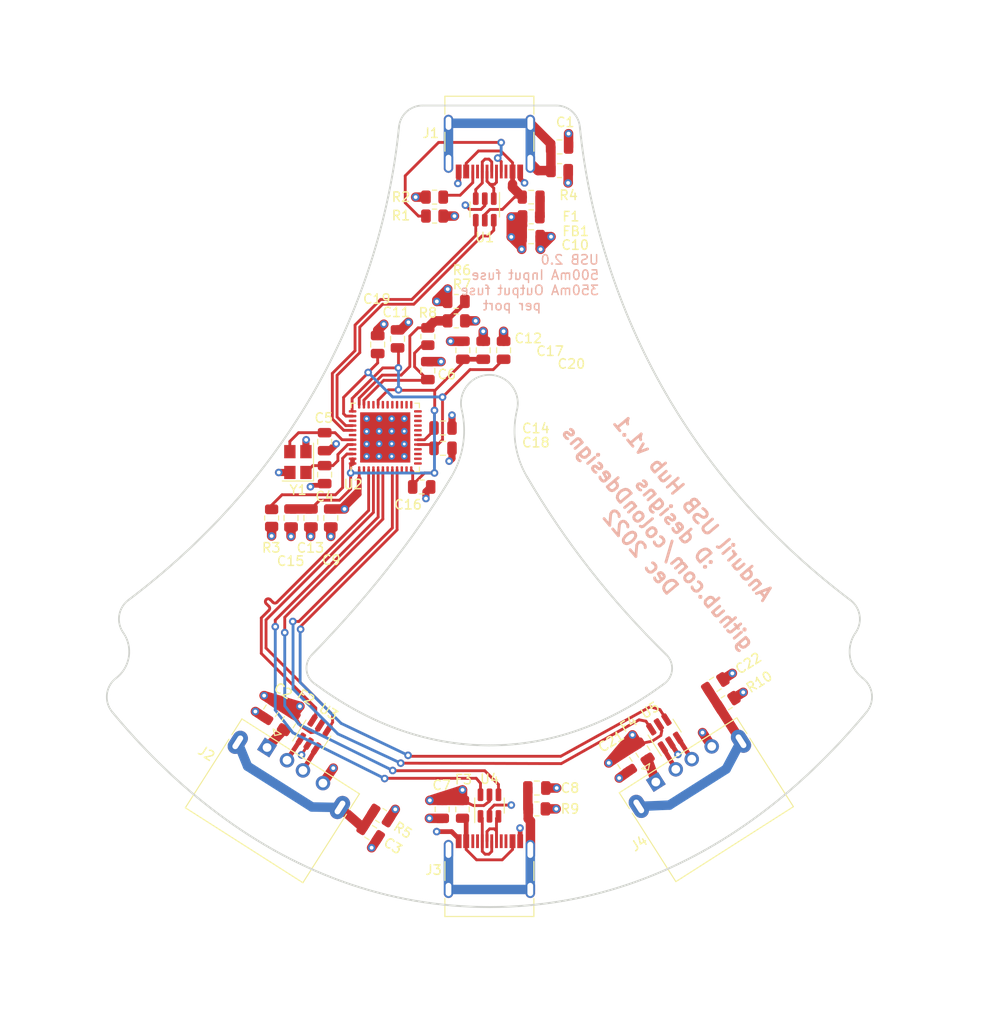
<source format=kicad_pcb>
(kicad_pcb (version 20211014) (generator pcbnew)
  (layers (0 "F.Cu" signal) (1 "In1.Cu" power) (2 "In2.Cu" power) (31 "B.Cu" signal) (34 "B.Paste" user) (35 "F.Paste" user) (36 "B.SilkS" user "B.Silkscreen") (37 "F.SilkS" user "F.Silkscreen") (38 "B.Mask" user) (39 "F.Mask" user) (44 "Edge.Cuts" user))
  (net 0 "")
  (net 1 "+5V")
  (net 2 "XTAL1")
  (net 3 "XTAL2")
  (net 4 "VCC")
  (net 5 "Net-(F2-Pad1)")
  (net 6 "Net-(F3-Pad1)")
  (net 7 "Net-(F4-Pad1)")
  (net 8 "Net-(J2-Pad2)")
  (net 9 "Net-(J2-Pad3)")
  (net 10 "+3V3")
  (net 11 "RESET")
  (net 12 "P1 D-")
  (net 13 "P1 D+")
  (net 14 "P2 D-")
  (net 15 "P2 D+")
  (net 16 "Net-(J1-PadA6)")
  (net 17 "P3 D-")
  (net 18 "P3 D+")
  (net 19 "VDD12")
  (net 20 "Net-(J1-PadA7)")
  (net 36 "UP D-")
  (net 37 "UP D+")
  (net 40 "Net-(F1-Pad2)")
  (net 43 "P4 D+")
  (net 44 "P4 D-")
  (net 49 "VDD33")
  (net 50 "GND")
  (net 51 "Net-(J1-PadA5)")
  (net 52 "Net-(J1-PadB5)")
  (net 56 "Net-(J3-PadA6)")
  (net 57 "Net-(J3-PadA7)")
  (net 62 "Net-(J4-Pad2)")
  (net 63 "Net-(J4-Pad3)")
  (net 64 "Net-(C1-Pad1)")
  (net 65 "Net-(R3-Pad1)")
  (net 66 "Net-(C3-Pad1)")
  (net 67 "Net-(C8-Pad1)")
  (net 68 "Net-(C22-Pad1)")
  (footprint "Capacitor_SMD:C_0805_2012Metric" (layer "F.Cu") (at 126.7 100.1 -57.5)
    (fp_text reference "C21")
    (fp_text value "1u")
  )
  (footprint "colonDcustom:USB_A_CONNFLY_DS1095-WNR0" (layer "F.Cu") (at 138.962383 97.811752 32.5)
    (fp_text reference "J4")
    (fp_text value "USB A, Port 3")
  )
  (footprint "Capacitor_SMD:C_0805_2012Metric" (layer "F.Cu") (at 95.638342 74.256379 -90)
    (fp_text reference "C9")
    (fp_text value ".1u")
  )
  (footprint "Package_TO_SOT_SMD:SOT-23-6" (layer "F.Cu") (at 111.9 41.7 -90)
    (fp_text reference "U1")
    (fp_text value "USBLC6-2SC6")
  )
  (footprint "Package_TO_SOT_SMD:SOT-23-6" (layer "F.Cu") (at 130.9 97 122.5)
    (fp_text reference "U5")
    (fp_text value "USBLC6-2SC6")
  )
  (footprint "Capacitor_SMD:C_0805_2012Metric" (layer "F.Cu") (at 119.8 35.1)
    (fp_text reference "C1")
    (fp_text value ".1u")
  )
  (footprint "Fuse:Fuse_0805_2012Metric" (layer "F.Cu") (at 109.55 105 90)
    (fp_text reference "F3")
    (fp_text value "400m")
  )
  (footprint "Resistor_SMD:R_0805_2012Metric" (layer "F.Cu") (at 116.8 42.475 180)
    (fp_text reference "FB1")
    (fp_text value "600")
  )
  (footprint "Resistor_SMD:R_0805_2012Metric" (layer "F.Cu") (at 106.6 42.4)
    (fp_text reference "R1")
    (fp_text value "5k1")
  )
  (footprint "Resistor_SMD:R_0805_2012Metric" (layer "F.Cu") (at 89.388342 74.256379 -90)
    (fp_text reference "R3")
    (fp_text value "12k 1%")
  )
  (footprint "Capacitor_SMD:C_0805_2012Metric" (layer "F.Cu") (at 111.738342 56.556379 90)
    (fp_text reference "C17")
    (fp_text value "4.7u")
  )
  (footprint "Package_TO_SOT_SMD:SOT-23-6" (layer "F.Cu") (at 112.4 104.6 90)
    (fp_text reference "U4")
    (fp_text value "USBLC6-2SC6")
  )
  (footprint "Fuse:Fuse_0805_2012Metric" (layer "F.Cu") (at 91.2 95.8 57.5)
    (fp_text reference "F2")
    (fp_text value "400m")
  )
  (footprint "Capacitor_SMD:C_0805_2012Metric" (layer "F.Cu") (at 91.438342 74.256379 -90)
    (fp_text reference "C15")
    (fp_text value ".1u")
  )
  (footprint "Capacitor_SMD:C_0805_2012Metric" (layer "F.Cu") (at 136.248778 91.810435 32.5)
    (fp_text reference "C22")
    (fp_text value ".1u")
  )
  (footprint "colonDcustom:USB_C_Receptacle_HRO_TYPE-C-31-M-12" (layer "F.Cu") (at 112.388342 112.406379)
    (fp_text reference "J3")
    (fp_text value "USB C 2.0, Port 2")
  )
  (footprint "Capacitor_SMD:C_0805_2012Metric" (layer "F.Cu") (at 105.238342 70.981379)
    (fp_text reference "C16")
    (fp_text value ".1u")
  )
  (footprint "Package_DFN_QFN:QFN-48-1EP_7x7mm_P0.5mm_EP5.3x5.3mm" (layer "F.Cu") (at 101.388342 65.756379 90)
    (fp_text reference "U2")
    (fp_text value "USB4604-1080HN")
  )
  (footprint "Capacitor_SMD:C_0805_2012Metric" (layer "F.Cu") (at 100.588342 55.956379 90)
    (fp_text reference "C19")
    (fp_text value ".1u")
  )
  (footprint "Capacitor_SMD:C_0805_2012Metric" (layer "F.Cu") (at 109.588342 56.556379 90)
    (fp_text reference "C12")
    (fp_text value ".1u")
  )
  (footprint "Capacitor_SMD:C_0805_2012Metric" (layer "F.Cu") (at 94.988342 66.206379 90)
    (fp_text reference "C5")
    (fp_text value "8p")
  )
  (footprint "Capacitor_SMD:C_0805_2012Metric" (layer "F.Cu") (at 107.488342 66.906379)
    (fp_text reference "C18")
    (fp_text value ".1u")
  )
  (footprint "colonDcustom:USB_A_CONNFLY_DS1095-WNR0" (layer "F.Cu") (at 96.609713 104.805252 -32.5)
    (fp_text reference "J2")
    (fp_text value "USB A, Port 1")
  )
  (footprint "Capacitor_SMD:C_0805_2012Metric" (layer "F.Cu") (at 105.888342 58.706379 -90)
    (fp_text reference "C6")
    (fp_text value ".1u")
  )
  (footprint "Fuse:Fuse_0805_2012Metric" (layer "F.Cu") (at 116.8 40.4)
    (fp_text reference "F1")
    (fp_text value "500m")
  )
  (footprint "colonDcustom:USB_C_Receptacle_HRO_TYPE-C-31-M-12" (layer "F.Cu") (at 112.388342 33.656379 180)
    (fp_text reference "J1")
    (fp_text value "USB C 2.0, Upstream")
  )
  (footprint "Crystal:Crystal_SMD_3225-4Pin_3.2x2.5mm" (layer "F.Cu") (at 92.163342 68.356379 90)
    (fp_text reference "Y1")
    (fp_text value "24M")
  )
  (footprint "Resistor_SMD:R_0805_2012Metric" (layer "F.Cu") (at 119.8 37.6)
    (fp_text reference "R4")
    (fp_text value "1M")
  )
  (footprint "Capacitor_SMD:C_0805_2012Metric" (layer "F.Cu") (at 102.688342 55.356379 90)
    (fp_text reference "C11")
    (fp_text value ".1u")
  )
  (footprint "Capacitor_SMD:C_0805_2012Metric" (layer "F.Cu") (at 113.888342 56.556379 90)
    (fp_text reference "C20")
    (fp_text value "4.7u")
  )
  (footprint "Capacitor_SMD:C_0805_2012Metric" (layer "F.Cu") (at 89.3 94.6 -122.5)
    (fp_text reference "C2")
    (fp_text value "1u")
  )
  (footprint "Resistor_SMD:R_0805_2012Metric" (layer "F.Cu") (at 108.888342 51.406379)
    (fp_text reference "R6")
    (fp_text value "50k")
  )
  (footprint "Capacitor_SMD:C_0805_2012Metric" (layer "F.Cu") (at 107.4 105 -90)
    (fp_text reference "C7")
    (fp_text value "1u")
  )
  (footprint "Package_TO_SOT_SMD:SOT-23-6" (layer "F.Cu") (at 93.9 97.1 57.5)
    (fp_text reference "U3")
    (fp_text value "USBLC6-2SC6")
  )
  (footprint "Capacitor_SMD:C_0805_2012Metric" (layer "F.Cu") (at 116.8 44.575)
    (fp_text reference "C10")
    (fp_text value "4.7u")
  )
  (footprint "Capacitor_SMD:C_0805_2012Metric" (layer "F.Cu") (at 93.538342 74.256379 -90)
    (fp_text reference "C13")
    (fp_text value ".1u")
  )
  (footprint "Resistor_SMD:R_0805_2012Metric" (layer "F.Cu") (at 100.95 105.65 -32.5)
    (fp_text reference "R5")
    (fp_text value "1M")
  )
  (footprint "Capacitor_SMD:C_0805_2012Metric" (layer "F.Cu") (at 94.988342 69.681379 90)
    (fp_text reference "C4")
    (fp_text value "8p")
  )
  (footprint "Resistor_SMD:R_0805_2012Metric" (layer "F.Cu") (at 105.888342 55.106379 -90)
    (fp_text reference "R8")
    (fp_text value "10k")
  )
  (footprint "Capacitor_SMD:C_0805_2012Metric" (layer "F.Cu") (at 117.4 102.75)
    (fp_text reference "C8")
    (fp_text value ".1u")
  )
  (footprint "Capacitor_SMD:C_0805_2012Metric" (layer "F.Cu") (at 107.488342 64.756379)
    (fp_text reference "C14")
    (fp_text value ".1u")
  )
  (footprint "Resistor_SMD:R_0805_2012Metric" (layer "F.Cu") (at 117.4 104.95)
    (fp_text reference "R9")
    (fp_text value "1M")
  )
  (footprint "Resistor_SMD:R_0805_2012Metric" (layer "F.Cu") (at 106.6 40.4 180)
    (fp_text reference "R2")
    (fp_text value "5k1")
  )
  (footprint "Resistor_SMD:R_0805_2012Metric" (layer "F.Cu") (at 108.888342 53.456379)
    (fp_text reference "R7")
    (fp_text value "100k")
  )
  (footprint "Fuse:Fuse_0805_2012Metric" (layer "F.Cu") (at 128.6 98.9 122.5)
    (fp_text reference "F4")
    (fp_text value "400m")
  )
  (footprint "Capacitor_SMD:C_0805_2012Metric" (layer "F.Cu") (at 99.85 107.45 -32.5)
    (fp_text reference "C3")
    (fp_text value ".1u")
  )
  (footprint "Resistor_SMD:R_0805_2012Metric" (layer "F.Cu") (at 137.45 93.75 32.5)
    (fp_text reference "R10")
    (fp_text value "1M")
  )
  (gr_curve (pts (xy 72.556349 94.730864) (xy 74.105144 96.600333) (xy 75.745245 98.392551) (xy 77.479622 100.091163)) (layer "Edge.Cuts") (width 0.2))
  (gr_curve (pts (xy 123.077238 40.312852) (xy 122.571591 37.90297) (xy 122.18894 35.46246) (xy 121.94447 32.987543)) (layer "Edge.Cuts") (width 0.2))
  (gr_curve (pts (xy 135.184957 109.287118) (xy 137.507853 107.983145) (xy 139.715545 106.504832) (xy 141.823817 104.876063)) (layer "Edge.Cuts") (width 0.2))
  (gr_arc (start 150.524716 82.927756) (mid 151.489216 84.533153) (end 151.067816 86.357977) (layer "Edge.Cuts") (width 0.18))
  (gr_curve (pts (xy 87.565847 70.125347) (xy 86.787481 71.088734) (xy 85.986349 72.02906) (xy 85.163106 72.946989)) (layer "Edge.Cuts") (width 0.2))
  (gr_curve (pts (xy 122.120308 96.51924) (xy 122.906325 96.233804) (xy 123.682251 95.914776) (xy 124.439404 95.568339)) (layer "Edge.Cuts") (width 0.2))
  (gr_curve (pts (xy 77.479622 100.091163) (xy 79.213999 101.789776) (xy 81.036286 103.388703) (xy 82.957604 104.873344)) (layer "Edge.Cuts") (width 0.2))
  (gr_curve (pts (xy 127.987923 112.593249) (xy 129.224727 112.145842) (xy 130.442565 111.645706) (xy 131.64193 111.094208)) (layer "Edge.Cuts") (width 0.2))
  (gr_arc (start 72.556349 94.730864) (mid 71.997576 92.850901) (end 72.967707 91.146398) (layer "Edge.Cuts") (width 0.18))
  (gr_curve (pts (xy 99.8 47.5) (xy 99.037673 49.864786) (xy 98.15708 52.172208) (xy 97.16299 54.417712)) (layer "Edge.Cuts") (width 0.2))
  (gr_line (start 119.456578 30.733293) (end 105.328818 30.733293) (layer "Edge.Cuts") (width 0.18))
  (gr_curve (pts (xy 124.968278 47.449346) (xy 124.213501 45.101498) (xy 123.582886 42.722734) (xy 123.077238 40.312852)) (layer "Edge.Cuts") (width 0.2))
  (gr_curve (pts (xy 85.163106 72.946989) (xy 81.870133 76.618707) (xy 78.224543 79.933256) (xy 74.258324 82.923038)) (layer "Edge.Cuts") (width 0.2))
  (gr_curve (pts (xy 128.801268 93.164846) (xy 129.150431 92.938849) (xy 129.496179 92.706726) (xy 129.838629 92.468684)) (layer "Edge.Cuts") (width 0.2))
  (gr_curve (pts (xy 147.305789 100.091178) (xy 149.040084 98.392827) (xy 150.677337 96.604009) (xy 152.226159 94.734974)) (layer "Edge.Cuts") (width 0.2))
  (gr_arc (start 116.339416 69.865168) (mid 115.14444 66.46095) (end 115.305429 62.856682) (layer "Edge.Cuts") (width 0.18))
  (gr_curve (pts (xy 134.935063 67.145011) (xy 133.494976 65.155336) (xy 132.163989 63.09778) (xy 130.942379 60.972171)) (layer "Edge.Cuts") (width 0.2))
  (gr_curve (pts (xy 82.957604 104.873344) (xy 85.067673 106.503824) (xy 87.277409 107.983612) (xy 89.60267 109.288731)) (layer "Edge.Cuts") (width 0.2))
  (gr_curve (pts (xy 89.60267 109.288731) (xy 91.92793 110.59385) (xy 94.343198 111.709251) (xy 96.852216 112.613249)) (layer "Edge.Cuts") (width 0.2))
  (gr_curve (pts (xy 124.219936 113.775396) (xy 125.49533 113.435277) (xy 126.751119 113.040655) (xy 127.987923 112.593249)) (layer "Edge.Cuts") (width 0.2))
  (gr_arc (start 131.092428 88.697068) (mid 131.681243 90.273393) (end 130.858589 91.741298) (layer "Edge.Cuts") (width 0.18))
  (gr_curve (pts (xy 104.50641 114.639996) (xy 107.096774 115.08799) (xy 109.725729 115.310312) (xy 112.392701 115.310312)) (layer "Edge.Cuts") (width 0.2))
  (gr_curve (pts (xy 129.838629 92.468684) (xy 130.181079 92.230642) (xy 130.519878 91.986048) (xy 130.858589 91.741298)) (layer "Edge.Cuts") (width 0.2))
  (gr_arc (start 109.468527 62.845454) (mid 109.608981 66.487644) (end 108.368835 69.915079) (layer "Edge.Cuts") (width 0.18))
  (gr_arc (start 73.715305 86.353369) (mid 74.306114 88.900339) (end 72.967707 91.146398) (layer "Edge.Cuts") (width 0.18))
  (gr_curve (pts (xy 127.608349 54.389527) (xy 127.108179 53.257887) (xy 126.635024 52.105899) (xy 126.194619 50.947666)) (layer "Edge.Cuts") (width 0.2))
  (gr_arc (start 102.840928 32.987519) (mid 103.649956 31.380408) (end 105.328818 30.733293) (layer "Edge.Cuts") (width 0.18))
  (gr_curve (pts (xy 93.838885 60.974712) (xy 92.616711 63.100441) (xy 91.280401 65.166232) (xy 89.827665 67.170884)) (layer "Edge.Cuts") (width 0.2))
  (gr_curve (pts (xy 102.581322 96.488655) (xy 103.363184 96.77528) (xy 104.164848 97.032025) (xy 104.969685 97.251743)) (layer "Edge.Cuts") (width 0.2))
  (gr_curve (pts (xy 139.583599 72.909479) (xy 138.755081 71.984169) (xy 137.951969 71.039288) (xy 137.177222 70.078486)) (layer "Edge.Cuts") (width 0.2))
  (gr_curve (pts (xy 97.699066 84.324001) (xy 97.039055 85.070768) (xy 96.369463 85.809064) (xy 95.690772 86.539315)) (layer "Edge.Cuts") (width 0.2))
  (gr_curve (pts (xy 131.64193 111.094208) (xy 132.841294 110.542711) (xy 134.023509 109.939105) (xy 135.184957 109.287118)) (layer "Edge.Cuts") (width 0.2))
  (gr_curve (pts (xy 141.823817 104.876063) (xy 143.744978 103.391894) (xy 145.571495 101.78953) (xy 147.305789 100.091178)) (layer "Edge.Cuts") (width 0.2))
  (gr_curve (pts (xy 128.979363 86.566178) (xy 128.286392 85.844961) (xy 127.605302 85.112345) (xy 126.936241 84.368189)) (layer "Edge.Cuts") (width 0.2))
  (gr_curve (pts (xy 131.092428 88.697068) (xy 130.38046 87.994076) (xy 129.672335 87.287396) (xy 128.979363 86.566178)) (layer "Edge.Cuts") (width 0.2))
  (gr_curve (pts (xy 93.893597 91.716095) (xy 94.231566 91.961049) (xy 94.56965 92.205782) (xy 94.911238 92.44379)) (layer "Edge.Cuts") (width 0.2))
  (gr_arc (start 109.468527 62.845454) (mid 112.394086 59.155669) (end 115.305429 62.856682) (layer "Edge.Cuts") (width 0.18))
  (gr_curve (pts (xy 101.539812 79.737945) (xy 100.30117 81.302872) (xy 99.019088 82.830468) (xy 97.699066 84.324001)) (layer "Edge.Cuts") (width 0.2))
  (gr_arc (start 93.893597 91.716095) (mid 93.074793 90.272044) (end 93.628815 88.707186) (layer "Edge.Cuts") (width 0.18))
  (gr_curve (pts (xy 95.945479 93.139627) (xy 96.641358 93.591264) (xy 97.350118 94.01818) (xy 98.072612 94.418739)) (layer "Edge.Cuts") (width 0.2))
  (gr_curve (pts (xy 150.524716 82.927756) (xy 146.556938 79.936854) (xy 142.897667 76.61072) (xy 139.583599 72.909479)) (layer "Edge.Cuts") (width 0.2))
  (gr_curve (pts (xy 89.827665 67.170884) (xy 89.101296 68.173209) (xy 88.344212 69.161961) (xy 87.565847 70.125347)) (layer "Edge.Cuts") (width 0.2))
  (gr_curve (pts (xy 112.347204 98.250912) (xy 113.18195 98.252257) (xy 114.023123 98.216087) (xy 114.852632 98.14305)) (layer "Edge.Cuts") (width 0.2))
  (gr_curve (pts (xy 101.705295 40.325034) (xy 101.197057 42.743482) (xy 100.562327 45.135215) (xy 99.8 47.5)) (layer "Edge.Cuts") (width 0.2))
  (gr_curve (pts (xy 123.075734 79.773871) (xy 120.605335 76.624424) (xy 118.358153 73.321927) (xy 116.339416 69.865168)) (layer "Edge.Cuts") (width 0.2))
  (gr_curve (pts (xy 126.194619 50.947666) (xy 125.754215 49.789434) (xy 125.345667 48.623269) (xy 124.968278 47.449346)) (layer "Edge.Cuts") (width 0.2))
  (gr_curve (pts (xy 114.852632 98.14305) (xy 115.682141 98.070013) (xy 116.504139 97.960294) (xy 117.318819 97.81484)) (layer "Edge.Cuts") (width 0.2))
  (gr_arc (start 119.456578 30.733293) (mid 121.135445 31.380419) (end 121.94447 32.987543) (layer "Edge.Cuts") (width 0.18))
  (gr_curve (pts (xy 120.334429 114.630293) (xy 121.647842 114.401435) (xy 122.944543 114.115515) (xy 124.219936 113.775396)) (layer "Edge.Cuts") (width 0.2))
  (gr_curve (pts (xy 126.936241 84.368189) (xy 125.598119 82.879877) (xy 124.310934 81.348595) (xy 123.075734 79.773871)) (layer "Edge.Cuts") (width 0.2))
  (gr_curve (pts (xy 112.392701 115.310312) (xy 115.059974 115.310312) (xy 117.707602 115.088009) (xy 120.334429 114.630293)) (layer "Edge.Cuts") (width 0.2))
  (gr_curve (pts (xy 137.177222 70.078486) (xy 136.402474 69.117685) (xy 135.655106 68.139848) (xy 134.935063 67.145011)) (layer "Edge.Cuts") (width 0.2))
  (gr_curve (pts (xy 95.690772 86.539315) (xy 95.012081 87.269567) (xy 94.321909 87.989669) (xy 93.628815 88.707186)) (layer "Edge.Cuts") (width 0.2))
  (gr_curve (pts (xy 100.649938 113.797991) (xy 101.9257 114.135549) (xy 103.211228 114.416) (xy 104.50641 114.639996)) (layer "Edge.Cuts") (width 0.2))
  (gr_curve (pts (xy 96.852216 112.613249) (xy 98.106726 113.065247) (xy 99.374175 113.460433) (xy 100.649938 113.797991)) (layer "Edge.Cuts") (width 0.2))
  (gr_curve (pts (xy 98.072612 94.418739) (xy 99.517601 95.219856) (xy 101.017598 95.915406) (xy 102.581322 96.488655)) (layer "Edge.Cuts") (width 0.2))
  (gr_curve (pts (xy 94.911238 92.44379) (xy 95.252826 92.681798) (xy 95.597539 92.913808) (xy 95.945479 93.139627)) (layer "Edge.Cuts") (width 0.2))
  (gr_arc (start 151.815247 91.150475) (mid 152.785163 92.85509) (end 152.226159 94.734974) (layer "Edge.Cuts") (width 0.18))
  (gr_curve (pts (xy 102.840928 32.987519) (xy 102.596513 35.461685) (xy 102.213534 37.906587) (xy 101.705295 40.325034)) (layer "Edge.Cuts") (width 0.2))
  (gr_curve (pts (xy 108.368835 69.915079) (xy 106.314925 73.338451) (xy 104.017094 76.60809) (xy 101.539812 79.737945)) (layer "Edge.Cuts") (width 0.2))
  (gr_arc (start 73.715305 86.353369) (mid 73.293843 84.528507) (end 74.258324 82.923038) (layer "Edge.Cuts") (width 0.18))
  (gr_curve (pts (xy 124.439404 95.568339) (xy 125.196557 95.221902) (xy 125.937817 94.846948) (xy 126.664402 94.445661)) (layer "Edge.Cuts") (width 0.2))
  (gr_curve (pts (xy 126.664402 94.445661) (xy 127.390986 94.044374) (xy 128.102943 93.61684) (xy 128.801268 93.164846)) (layer "Edge.Cuts") (width 0.2))
  (gr_curve (pts (xy 107.399019 97.802665) (xy 109.028465 98.097736) (xy 110.677713 98.248222) (xy 112.347204 98.250912)) (layer "Edge.Cuts") (width 0.2))
  (gr_curve (pts (xy 97.16299 54.417712) (xy 96.1689 56.663215) (xy 95.061059 58.848984) (xy 93.838885 60.974712)) (layer "Edge.Cuts") (width 0.2))
  (gr_arc (start 151.815247 91.150475) (mid 150.477031 88.904648) (end 151.067816 86.357977) (layer "Edge.Cuts") (width 0.18))
  (gr_curve (pts (xy 130.942379 60.972171) (xy 129.720769 58.846563) (xy 128.608689 56.652807) (xy 127.608349 54.389527)) (layer "Edge.Cuts") (width 0.2))
  (gr_curve (pts (xy 104.969685 97.251743) (xy 105.774522 97.47146) (xy 106.584296 97.655129) (xy 107.399019 97.802665)) (layer "Edge.Cuts") (width 0.2))
  (gr_curve (pts (xy 117.318819 97.81484) (xy 118.94818 97.523932) (xy 120.548276 97.090112) (xy 122.120308 96.51924)) (layer "Edge.Cuts") (width 0.2))
  (gr_text "USB 2.0\n500mA Input fuse\n350mA Output fuse \n        per port" (at 124.05 49.425) (layer "B.SilkS") (effects (font (size 1 1)) (justify left mirror)))
  (gr_text "Anduril USB Hub v1.1\n:D designs\ngithub.com/colonDdesigns\nDec 2022" (at 131.125 75.525 310) (layer "B.SilkS") (effects (font (size 1.5 1.5) (thickness 0.3)) (justify mirror)))
  (segment (start 115.85 43.65) (end 114.7 42.5) (width 1) (layer "F.Cu") (net 1))
  (segment (start 127.5 97.15) (end 125 100.1) (width 1) (layer "F.Cu") (net 1))
  (segment (start 106.838342 51.256379) (end 107.988342 50.106379) (width 1) (layer "F.Cu") (net 1))
  (segment (start 126.189565 99.298778) (end 125 100.1) (width 1) (layer "F.Cu") (net 1))
  (segment (start 115.8875 43.4125) (end 114.7 44.6) (width 1) (layer "F.Cu") (net 1))
  (segment (start 98.638342 71.756379) (end 98.638342 70.856379) (width 0.5) (layer "F.Cu") (net 1))
  (segment (start 115.8625 42.5) (end 115.8875 42.475) (width 1) (layer "F.Cu") (net 1))
  (segment (start 128.096282 98.109321) (end 127.5 97.15) (width 1) (layer "F.Cu") (net 1))
  (segment (start 115.8 45.7) (end 114.7 44.6) (width 1) (layer "F.Cu") (net 1))
  (segment (start 91.703718 95.009321) (end 92.475 96.2) (width 0.3) (layer "F.Cu") (net 1))
  (segment (start 107.975842 50.118879) (end 107.988342 50.106379) (width 1) (layer "F.Cu") (net 1))
  (segment (start 91.703718 95.009321) (end 89.810435 93.798778) (width 1) (layer "F.Cu") (net 1))
  (segment (start 114.7 44.6) (end 114.7 42.5) (width 1) (layer "F.Cu") (net 1))
  (segment (start 106.1 104.05) (end 109.55 102.95) (width 1) (layer "F.Cu") (net 1))
  (segment (start 107.4 104.05) (end 106.1 104.05) (width 1) (layer "F.Cu") (net 1))
  (segment (start 91.703718 95.009321) (end 92.375 94.125) (width 1) (layer "F.Cu") (net 1))
  (segment (start 96.479764 73.306379) (end 95.638342 73.306379) (width 0.5) (layer "F.Cu") (net 1))
  (segment (start 107.975842 51.406379) (end 107.975842 50.118879) (width 1) (layer "F.Cu") (net 1))
  (segment (start 130.6 96.7) (end 130.288822 96.040642) (width 0.3) (layer "F.Cu") (net 1))
  (segment (start 92.375 94.125) (end 88.6 93) (width 1) (layer "F.Cu") (net 1))
  (segment (start 98.638342 71.147801) (end 96.479764 73.306379) (width 0.5) (layer "F.Cu") (net 1))
  (segment (start 115.85 44.575) (end 115.85 42.5125) (width 1) (layer "F.Cu") (net 1))
  (segment (start 115.8 44.625) (end 115.85 44.575) (width 1) (layer "F.Cu") (net 1))
  (segment (start 92.475 96.2) (end 93.525 96.9) (width 0.3) (layer "F.Cu") (net 1))
  (segment (start 109.55 104.0625) (end 109.55 102.95) (width 1) (layer "F.Cu") (net 1))
  (segment (start 114.7 42.5) (end 115.8625 42.5) (width 1) (layer "F.Cu") (net 1))
  (segment (start 95.638342 73.306379) (end 97.088342 73.306379) (width 1) (layer "F.Cu") (net 1))
  (segment (start 115.8875 42.475) (end 115.8875 43.4125) (width 1) (layer "F.Cu") (net 1))
  (segment (start 129.6 97.8) (end 130.5 97.2) (width 0.3) (layer "F.Cu") (net 1))
  (segment (start 128.096282 98.109321) (end 129.6 97.8) (width 0.3) (layer "F.Cu") (net 1))
  (segment (start 93.525 96.9) (end 94.05 96.85) (width 0.3) (layer "F.Cu") (net 1))
  (segment (start 130.5 97.2) (end 130.6 96.7) (width 0.3) (layer "F.Cu") (net 1))
  (segment (start 98.638342 70.106379) (end 98.638342 70.856379) (width 0.5) (layer "F.Cu") (net 1))
  (segment (start 106.838342 51.406379) (end 106.838342 51.256379) (width 1) (layer "F.Cu") (net 1))
  (segment (start 115.8 45.9) (end 115.8 45.7) (width 1) (layer "F.Cu") (net 1))
  (segment (start 109.55 104.0625) (end 110.7 104.6) (width 0.3) (layer "F.Cu") (net 1))
  (segment (start 89.810435 93.798778) (end 88.6 93) (width 1) (layer "F.Cu") (net 1))
  (segment (start 111.8 104.6) (end 112.4 104.15) (width 0.3) (layer "F.Cu") (net 1))
  (segment (start 107.975842 51.406379) (end 106.838342 51.406379) (width 1) (layer "F.Cu") (net 1))
  (segment (start 97.088342 73.306379) (end 98.638342 71.756379) (width 0.5) (layer "F.Cu") (net 1))
  (segment (start 115.825 44.6) (end 115.85 44.575) (width 1) (layer "F.Cu") (net 1))
  (segment (start 98.638342 70.856379) (end 98.638342 71.147801) (width 0.5) (layer "F.Cu") (net 1))
  (segment (start 115.85 42.5125) (end 115.8875 42.475) (width 1) (layer "F.Cu") (net 1))
  (segment (start 126.189565 99.298778) (end 128.096282 98.109321) (width 1) (layer "F.Cu") (net 1))
  (segment (start 112.4 104.15) (end 112.4 103.4625) (width 0.3) (layer "F.Cu") (net 1))
  (segment (start 98.638342 69.206379) (end 98.638342 70.106379) (width 0.3) (layer "F.Cu") (net 1))
  (segment (start 115.85 44.575) (end 115.85 43.65) (width 1) (layer "F.Cu") (net 1))
  (segment (start 115.8 45.9) (end 115.8 44.625) (width 1) (layer "F.Cu") (net 1))
  (segment (start 94.05 96.85) (end 94.511178 96.140642) (width 0.3) (layer "F.Cu") (net 1))
  (segment (start 110.7 104.6) (end 111.8 104.6) (width 0.3) (layer "F.Cu") (net 1))
  (segment (start 109.55 104.0625) (end 107.4 104.05) (width 1) (layer "F.Cu") (net 1))
  (segment (start 114.7 44.6) (end 115.825 44.6) (width 1) (layer "F.Cu") (net 1))
  (via (at 106.838342 51.406379) (size 0.8) (drill 0.4) (layers "F.Cu" "B.Cu") (net 1))
  (via (at 109.55 102.95) (size 0.8) (drill 0.4) (layers "F.Cu" "B.Cu") (net 1))
  (via (at 107.988342 50.106379) (size 0.8) (drill 0.4) (layers "F.Cu" "B.Cu") (net 1))
  (via (at 114.7 44.6) (size 0.8) (drill 0.4) (layers "F.Cu" "B.Cu") (net 1))
  (via (at 115.8 45.9) (size 0.8) (drill 0.4) (layers "F.Cu" "B.Cu") (net 1))
  (via (at 92.375 94.125) (size 0.8) (drill 0.4) (layers "F.Cu" "B.Cu") (net 1))
  (via (at 106.1 104.05) (size 0.8) (drill 0.4) (layers "F.Cu" "B.Cu") (net 1))
  (via (at 97.088342 73.306379) (size 0.8) (drill 0.4) (layers "F.Cu" "B.Cu") (net 1))
  (via (at 125 100.1) (size 0.8) (drill 0.4) (layers "F.Cu" "B.Cu") (net 1))
  (via (at 114.7 42.5) (size 0.8) (drill 0.4) (layers "F.Cu" "B.Cu") (net 1))
  (via (at 127.5 97.15) (size 0.8) (drill 0.4) (layers "F.Cu" "B.Cu") (net 1))
  (via (at 88.6 93) (size 0.8) (drill 0.4) (layers "F.Cu" "B.Cu") (net 1))
  (segment (start 96.388342 68.206379) (end 96.388342 67.556379) (width 0.3) (layer "F.Cu") (net 2))
  (segment (start 97.438342 66.506379) (end 97.938342 66.506379) (width 0.3) (layer "F.Cu") (net 2))
  (segment (start 94.988342 68.731379) (end 93.738342 68.731379) (width 0.3) (layer "F.Cu") (net 2))
  (segment (start 93.738342 68.731379) (end 93.013342 69.456379) (width 0.3) (layer "F.Cu") (net 2))
  (segment (start 95.863342 68.731379) (end 96.388342 68.206379) (width 0.3) (layer "F.Cu") (net 2))
  (segment (start 96.388342 67.556379) (end 97.438342 66.506379) (width 0.3) (layer "F.Cu") (net 2))
  (segment (start 94.988342 68.731379) (end 95.863342 68.731379) (width 0.3) (layer "F.Cu") (net 2))
  (segment (start 91.313342 66.181379) (end 92.238342 65.256379) (width 0.3) (layer "F.Cu") (net 3))
  (segment (start 92.238342 65.256379) (end 94.988342 65.256379) (width 0.3) (layer "F.Cu") (net 3))
  (segment (start 96.088342 65.256379) (end 94.988342 65.256379) (width 0.3) (layer "F.Cu") (net 3))
  (segment (start 96.838342 66.006379) (end 96.088342 65.256379) (width 0.3) (layer "F.Cu") (net 3))
  (segment (start 97.938342 66.006379) (end 96.838342 66.006379) (width 0.3) (layer "F.Cu") (net 3))
  (segment (start 91.313342 67.256379) (end 91.313342 66.181379) (width 0.3) (layer "F.Cu") (net 3))
  (segment (start 109.938342 36.826379) (end 111.235342 35.529379) (width 0.3) (layer "F.Cu") (net 4))
  (segment (start 111.235342 35.529379) (end 113.596746 35.529379) (width 0.3) (layer "F.Cu") (net 4))
  (segment (start 111.9 42.25) (end 112.45 41.7) (width 0.3) (layer "F.Cu") (net 4))
  (segment (start 111.9 42.8375) (end 111.9 42.25) (width 0.3) (layer "F.Cu") (net 4))
  (segment (start 115.05 40.4) (end 115.8625 40.4) (width 0.3) (layer "F.Cu") (net 4))
  (segment (start 113.596746 35.529379) (end 114.838342 36.770975) (width 0.3) (layer "F.Cu") (net 4))
  (segment (start 109.938342 37.701379) (end 109.938342 36.826379) (width 0.3) (layer "F.Cu") (net 4))
  (segment (start 115.8625 40.4) (end 114.838342 39.375842) (width 1) (layer "F.Cu") (net 4))
  (segment (start 113.75 41.7) (end 115.05 40.4) (width 0.3) (layer "F.Cu") (net 4))
  (segment (start 114.838342 36.770975) (end 114.838342 37.701379) (width 0.3) (layer "F.Cu") (net 4))
  (segment (start 114.838342 37.701379) (end 114.838342 39.031379) (width 0.5) (layer "F.Cu") (net 4))
  (segment (start 112.45 41.7) (end 113.75 41.7) (width 0.3) (layer "F.Cu") (net 4))
  (segment (start 114.838342 39.375842) (end 114.838342 39.031379) (width 1) (layer "F.Cu") (net 4))
  (segment (start 88.904897 98.473916) (end 90.696282 96.590679) (width 1) (layer "F.Cu") (net 5))
  (segment (start 111.026963 110.325) (end 113.744721 110.325) (width 0.3) (layer "F.Cu") (net 6))
  (segment (start 113.744721 110.325) (end 114.838342 109.231379) (width 0.3) (layer "F.Cu") (net 6))
  (segment (start 109.938342 108.361379) (end 109.938342 106.325842) (width 0.5) (layer "F.Cu") (net 6))
  (segment (start 114.838342 109.231379) (end 114.838342 108.361379) (width 0.3) (layer "F.Cu") (net 6))
  (segment (start 109.938342 109.236379) (end 111.026963 110.325) (width 0.3) (layer "F.Cu") (net 6))
  (segment (start 109.938342 106.325842) (end 109.55 105.9375) (width 0.5) (layer "F.Cu") (net 6))
  (segment (start 109.938342 108.361379) (end 109.938342 109.236379) (width 0.3) (layer "F.Cu") (net 6))
  (segment (start 129.968048 102.118948) (end 129.103718 99.690679) (width 1) (layer "F.Cu") (net 7))
  (segment (start 91.013376 99.817165) (end 92.4876 97.548923) (width 0.5) (layer "F.Cu") (net 8))
  (segment (start 92.700159 100.891764) (end 94.090044 98.569792) (width 0.5) (layer "F.Cu") (net 9))
  (segment (start 107.975842 53.368879) (end 109.800842 51.543879) (width 0.5) (layer "F.Cu") (net 10))
  (segment (start 103.988342 55.056379) (end 103.988342 58.26754) (width 0.3) (layer "F.Cu") (net 10))
  (segment (start 106.625842 53.456379) (end 105.888342 54.193879) (width 1) (layer "F.Cu") (net 10))
  (segment (start 103.988342 58.26754) (end 103.074503 59.181379) (width 0.3) (layer "F.Cu") (net 10))
  (segment (start 101.072873 59.181379) (end 98.638342 61.61591) (width 0.3) (layer "F.Cu") (net 10))
  (segment (start 104.850842 54.193879) (end 103.988342 55.056379) (width 0.3) (layer "F.Cu") (net 10))
  (segment (start 98.638342 61.61591) (end 98.638342 62.306379) (width 0.3) (layer "F.Cu") (net 10))
  (segment (start 107.975842 53.456379) (end 107.975842 53.368879) (width 0.5) (layer "F.Cu") (net 10))
  (segment (start 107.975842 53.456379) (end 106.625842 53.456379) (width 1) (layer "F.Cu") (net 10))
  (segment (start 105.888342 54.193879) (end 104.850842 54.193879) (width 0.3) (layer "F.Cu") (net 10))
  (segment (start 103.074503 59.181379) (end 101.072873 59.181379) (width 0.3) (layer "F.Cu") (net 10))
  (segment (start 109.800842 51.543879) (end 109.800842 51.406379) (width 0.5) (layer "F.Cu") (net 10))
  (segment (start 99.138342 62.306379) (end 99.138342 61.823016) (width 0.3) (layer "F.Cu") (net 11))
  (segment (start 105.838342 59.656379) (end 105.888342 59.656379) (width 0.3) (layer "F.Cu") (net 11))
  (segment (start 105.325842 56.018879) (end 104.488342 56.856379) (width 0.3) (layer "F.Cu") (net 11))
  (segment (start 104.488342 58.306379) (end 105.838342 59.656379) (width 0.3) (layer "F.Cu") (net 11))
  (segment (start 104.488342 56.856379) (end 104.488342 58.306379) (width 0.3) (layer "F.Cu") (net 11))
  (segment (start 105.888342 59.656379) (end 105.863342 59.681379) (width 0.3) (layer "F.Cu") (net 11))
  (segment (start 99.138342 61.823016) (end 101.229979 59.731379) (width 0.3) (layer "F.Cu") (net 11))
  (segment (start 105.863342 59.681379) (end 105.863342 59.731379) (width 0.3) (layer "F.Cu") (net 11))
  (segment (start 105.813342 59.731379) (end 105.888342 59.656379) (width 0.3) (layer "F.Cu") (net 11))
  (segment (start 101.229979 59.731379) (end 105.813342 59.731379) (width 0.3) (layer "F.Cu") (net 11))
  (segment (start 105.888342 56.018879) (end 105.325842 56.018879) (width 0.3) (layer "F.Cu") (net 11))
  (segment (start 88.3 84.8) (end 89.1 84) (width 0.3) (layer "F.Cu") (net 12))
  (segment (start 89.241424 82.868629) (end 89.524267 83.151472) (width 0.3) (layer "F.Cu") (net 12))
  (segment (start 99.638342 73.461658) (end 99.638342 69.206379) (width 0.3) (layer "F.Cu") (net 12))
  (segment (start 89.948531 83.151472) (end 89.94853 83.151471) (width 0.3) (layer "F.Cu") (net 12))
  (segment (start 88.3 88.55) (end 88.3 84.8) (width 0.3) (layer "F.Cu") (net 12))
  (segment (start 93.709956 95.630208) (end 94.05 95.290164) (width 0.3) (layer "F.Cu") (net 12))
  (segment (start 94.05 95.290164) (end 94.05 94.3) (width 0.3) (layer "F.Cu") (net 12))
  (segment (start 89.1 83.575736) (end 88.817158 83.292894) (width 0.3) (layer "F.Cu") (net 12))
  (segment (start 89.94853 83.151471) (end 99.638342 73.461658) (width 0.3) (layer "F.Cu") (net 12))
  (segment (start 89.241424 82.86863) (end 89.241424 82.868629) (width 0.3) (layer "F.Cu") (net 12))
  (segment (start 94.05 94.3) (end 88.3 88.55) (width 0.3) (layer "F.Cu") (net 12))
  (arc (start 88.817158 83.292894) (mid 88.72929 83.080762) (end 88.817158 82.86863) (width 0.3) (layer "F.Cu") (net 12))
  (arc (start 89.1 84) (mid 89.187868 83.787868) (end 89.1 83.575736) (width 0.3) (layer "F.Cu") (net 12))
  (arc (start 88.817158 82.86863) (mid 89.029292 82.780761) (end 89.241424 82.86863) (width 0.3) (layer "F.Cu") (net 12))
  (arc (start 89.524267 83.151472) (mid 89.736399 83.23934) (end 89.948531 83.151472) (width 0.3) (layer "F.Cu") (net 12))
  (segment (start 100.138342 73.668764) (end 100.138342 69.206379) (width 0.3) (layer "F.Cu") (net 13))
  (segment (start 95.3124 96.651077) (end 95.825 95.825) (width 0.3) (layer "F.Cu") (net 13))
  (segment (start 95.825 95.009888) (end 88.8 87.984888) (width 0.3) (layer "F.Cu") (net 13))
  (segment (start 88.8 85.007106) (end 100.138342 73.668764) (width 0.3) (layer "F.Cu") (net 13))
  (segment (start 95.825 95.825) (end 95.825 95.009888) (width 0.3) (layer "F.Cu") (net 13))
  (segment (start 88.8 87.984888) (end 88.8 85.007106) (width 0.3) (layer "F.Cu") (net 13))
  (segment (start 89.775 85.725) (end 89.775 85.030755) (width 0.3) (layer "F.Cu") (net 14))
  (segment (start 100.638342 74.167413) (end 100.638342 69.206379) (width 0.3) (layer "F.Cu") (net 14))
  (segment (start 101.325 101.75) (end 101.35 101.725) (width 0.3) (layer "F.Cu") (net 14))
  (segment (start 111.45 102.25) (end 111.45 103.4625) (width 0.3) (layer "F.Cu") (net 14))
  (segment (start 101.35 101.725) (end 111 101.725) (width 0.3) (layer "F.Cu") (net 14))
  (segment (start 111 101.725) (end 111.45 102.25) (width 0.3) (layer "F.Cu") (net 14))
  (segment (start 89.775 85.030755) (end 100.638342 74.167413) (width 0.3) (layer "F.Cu") (net 14))
  (via (at 89.775 85.725) (size 0.8) (drill 0.4) (layers "F.Cu" "B.Cu") (net 14))
  (via (at 101.325 101.75) (size 0.8) (drill 0.4) (layers "F.Cu" "B.Cu") (net 14))
  (segment (start 91.634137 96.915863) (end 101.325 101.75) (width 0.3) (layer "B.Cu") (net 14))
  (segment (start 91.634137 96.915863) (end 89.775 94.525) (width 0.3) (layer "B.Cu") (net 14))
  (segment (start 89.775 85.725) (end 89.775 94.525) (width 0.3) (layer "B.Cu") (net 14))
  (segment (start 90.775 86.35) (end 90.775 84.737861) (width 0.3) (layer "F.Cu") (net 15))
  (segment (start 102.2 100.925) (end 111.9 100.925) (width 0.3) (layer "F.Cu") (net 15))
  (segment (start 111.9 100.925) (end 113.35 102.375) (width 0.3) (layer "F.Cu") (net 15))
  (segment (start 102.175 100.9) (end 102.2 100.925) (width 0.3) (layer "F.Cu") (net 15))
  (segment (start 113.35 102.375) (end 113.35 103.4625) (width 0.3) (layer "F.Cu") (net 15))
  (segment (start 90.775 84.737861) (end 101.138342 74.374519) (width 0.3) (layer "F.Cu") (net 15))
  (segment (start 101.138342 74.374519) (end 101.138342 69.206379) (width 0.3) (layer "F.Cu") (net 15))
  (via (at 90.775 86.35) (size 0.8) (drill 0.4) (layers "F.Cu" "B.Cu") (net 15))
  (via (at 102.175 100.9) (size 0.8) (drill 0.4) (layers "F.Cu" "B.Cu") (net 15))
  (segment (start 92.261349 96.013651) (end 102.175 100.9) (width 0.3) (layer "B.Cu") (net 15))
  (segment (start 92.261349 96.013651) (end 90.775 94.075) (width 0.3) (layer "B.Cu") (net 15))
  (segment (start 90.775 86.35) (end 90.775 94.075) (width 0.3) (layer "B.Cu") (net 15))
  (segment (start 111.638342 38.911658) (end 110.95 39.6) (width 0.3) (layer "F.Cu") (net 16))
  (segment (start 110.95 39.6) (end 110.95 40.5625) (width 0.3) (layer "F.Cu") (net 16))
  (segment (start 112.638342 36.682379) (end 112.638342 37.701379) (width 0.3) (layer "F.Cu") (net 16))
  (segment (start 111.638342 37.701379) (end 111.638342 38.911658) (width 0.3) (layer "F.Cu") (net 16))
  (segment (start 111.925819 36.388902) (end 112.344865 36.388902) (width 0.3) (layer "F.Cu") (net 16))
  (segment (start 111.638342 37.701379) (end 111.638342 36.676379) (width 0.3) (layer "F.Cu") (net 16))
  (segment (start 111.638342 36.676379) (end 111.925819 36.388902) (width 0.3) (layer "F.Cu") (net 16))
  (segment (start 112.344865 36.388902) (end 112.638342 36.682379) (width 0.3) (layer "F.Cu") (net 16))
  (segment (start 129.4876 96.551077) (end 128.925 95.7) (width 0.3) (layer "F.Cu") (net 17))
  (segment (start 128.2 95.55) (end 119.975 100.175) (width 0.3) (layer "F.Cu") (net 17))
  (segment (start 91.625 85.175) (end 92.267894 85.175) (width 0.3) (layer "F.Cu") (net 17))
  (segment (start 92.267894 85.175) (end 102.138342 75.304552) (width 0.3) (layer "F.Cu") (net 17))
  (segment (start 128.925 95.7) (end 128.2 95.55) (width 0.3) (layer "F.Cu") (net 17))
  (segment (start 119.975 100.175) (end 103.025 100.125) (width 0.3) (layer "F.Cu") (net 17))
  (segment (start 102.138342 75.304552) (end 102.138342 69.206379) (width 0.3) (layer "F.Cu") (net 17))
  (via (at 91.625 85.175) (size 0.8) (drill 0.4) (layers "F.Cu" "B.Cu") (net 17))
  (via (at 103.025 100.125) (size 0.8) (drill 0.4) (layers "F.Cu" "B.Cu") (net 17))
  (segment (start 103.025 100.125) (end 96.3875 97.0375) (width 0.3) (layer "B.Cu") (net 17))
  (segment (start 91.65 85.2) (end 91.65 92.3) (width 0.3) (layer "B.Cu") (net 17))
  (segment (start 91.625 85.175) (end 91.65 85.2) (width 0.3) (layer "B.Cu") (net 17))
  (segment (start 91.65 92.3) (end 96.3875 97.0375) (width 0.3) (layer "B.Cu") (net 17))
  (segment (start 92.45 85.7) (end 102.638342 75.511658) (width 0.3) (layer "F.Cu") (net 18))
  (segment (start 129.375 94.175) (end 130.4 94.475) (width 0.3) (layer "F.Cu") (net 18))
  (segment (start 119.925 99.4) (end 129.375 94.175) (width 0.3) (layer "F.Cu") (net 18))
  (segment (start 130.4 94.475) (end 131.090044 95.530208) (width 0.3) (layer "F.Cu") (net 18))
  (segment (start 103.8 99.3) (end 103.9 99.4) (width 0.3) (layer "F.Cu") (net 18))
  (segment (start 92.45 86) (end 92.45 85.7) (width 0.3) (layer "F.Cu") (net 18))
  (segment (start 102.638342 75.511658) (end 102.638342 69.206379) (width 0.3) (layer "F.Cu") (net 18))
  (segment (start 103.9 99.4) (end 119.925 99.4) (width 0.3) (layer "F.Cu") (net 18))
  (via (at 92.45 86) (size 0.8) (drill 0.4) (layers "F.Cu" "B.Cu") (net 18))
  (via (at 103.8 99.3) (size 0.8) (drill 0.4) (layers "F.Cu" "B.Cu") (net 18))
  (segment (start 92.45 86) (end 92.4 86.05) (width 0.3) (layer "B.Cu") (net 18))
  (segment (start 92.4 86.05) (end 92.4 91.6) (width 0.3) (layer "B.Cu") (net 18))
  (segment (start 103.8 99.3) (end 96.725 95.925) (width 0.3) (layer "B.Cu") (net 18))
  (segment (start 92.4 91.6) (end 96.725 95.925) (width 0.3) (layer "B.Cu") (net 18))
  (segment (start 96.988342 61.531379) (end 96.988342 63.256379) (width 0.3) (layer "F.Cu") (net 19))
  (segment (start 107.438342 66.006379) (end 107.438342 61.506379) (width 0.3) (layer "F.Cu") (net 19))
  (segment (start 97.238342 63.506379) (end 97.938342 63.506379) (width 0.3) (layer "F.Cu") (net 19))
  (segment (start 107.438342 61.506379) (end 110.344721 58.6) (width 0.3) (layer "F.Cu") (net 19))
  (segment (start 110.344721 58.6) (end 112.794721 58.6) (width 0.3) (layer "F.Cu") (net 19))
  (segment (start 106.138342 66.506379) (end 106.538342 66.906379) (width 0.3) (layer "F.Cu") (net 19))
  (segment (start 106.538342 66.906379) (end 107.438342 66.006379) (width 0.3) (layer "F.Cu") (net 19))
  (segment (start 99.584578 58.902614) (end 99.584578 58.935143) (width 0.3) (layer "F.Cu") (net 19))
  (segment (start 104.838342 66.506379) (end 106.138342 66.506379) (width 0.3) (layer "F.Cu") (net 19))
  (segment (start 100.588342 57.89885) (end 100.588342 56.906379) (width 0.3) (layer "F.Cu") (net 19))
  (segment (start 112.794721 58.6) (end 113.888342 57.506379) (width 0.3) (layer "F.Cu") (net 19))
  (segment (start 99.584578 58.902614) (end 100.588342 57.89885) (width 0.3) (layer "F.Cu") (net 19))
  (segment (start 99.584578 58.935143) (end 96.988342 61.531379) (width 0.3) (layer "F.Cu") (net 19))
  (segment (start 96.988342 63.256379) (end 97.238342 63.506379) (width 0.3) (layer "F.Cu") (net 19))
  (via (at 107.438342 61.506379) (size 0.8) (drill 0.4) (layers "F.Cu" "B.Cu") (net 19))
  (via (at 99.584578 58.902614) (size 0.8) (drill 0.4) (layers "F.Cu" "B.Cu") (net 19))
  (segment (start 99.584578 58.902614) (end 102.163342 61.481379) (width 0.3) (layer "B.Cu") (net 19))
  (segment (start 107.413342 61.481379) (end 107.438342 61.506379) (width 0.3) (layer "B.Cu") (net 19))
  (segment (start 102.163342 61.481379) (end 107.413342 61.481379) (width 0.3) (layer "B.Cu") (net 19))
  (segment (start 112.913342 39.056379) (end 113.138342 38.831379) (width 0.3) (layer "F.Cu") (net 20))
  (segment (start 112.463342 39.056379) (end 112.463342 39.063342) (width 0.3) (layer "F.Cu") (net 20))
  (segment (start 112.138342 37.701379) (end 112.138342 38.726379) (width 0.3) (layer "F.Cu") (net 20))
  (segment (start 112.85 39.45) (end 112.85 40.5625) (width 0.3) (layer "F.Cu") (net 20))
  (segment (start 113.138342 38.831379) (end 113.138342 37.701379) (width 0.3) (layer "F.Cu") (net 20))
  (segment (start 112.463342 39.063342) (end 112.85 39.45) (width 0.3) (layer "F.Cu") (net 20))
  (segment (start 112.463342 39.056379) (end 112.913342 39.056379) (width 0.3) (layer "F.Cu") (net 20))
  (segment (start 112.138342 38.726379) (end 112.438342 39.026379) (width 0.3) (layer "F.Cu") (net 20))
  (segment (start 112.438342 39.031379) (end 112.463342 39.056379) (width 0.3) (layer "F.Cu") (net 20))
  (segment (start 112.438342 39.026379) (end 112.438342 39.031379) (width 0.3) (layer "F.Cu") (net 20))
  (segment (start 96.3 63.592894) (end 96.3 59.207106) (width 0.3) (layer "F.Cu") (net 36))
  (segment (start 112.25 44.5) (end 112.85 43.9) (width 0.3) (layer "F.Cu") (net 36))
  (segment (start 112.85 43.9) (end 112.85 42.8375) (width 0.3) (layer "F.Cu") (net 36))
  (segment (start 111.607106 44.5) (end 112.25 44.5) (width 0.3) (layer "F.Cu") (net 36))
  (segment (start 97.938342 64.506379) (end 97.213485 64.506379) (width 0.3) (layer "F.Cu") (net 36))
  (segment (start 104.407106 51.7) (end 111.607106 44.5) (width 0.3) (layer "F.Cu") (net 36))
  (segment (start 97.213485 64.506379) (end 96.3 63.592894) (width 0.3) (layer "F.Cu") (net 36))
  (segment (start 98.7 56.807106) (end 98.7 54.107106) (width 0.3) (layer "F.Cu") (net 36))
  (segment (start 96.3 59.207106) (end 98.7 56.807106) (width 0.3) (layer "F.Cu") (net 36))
  (segment (start 98.7 54.107106) (end 101.107106 51.7) (width 0.3) (layer "F.Cu") (net 36))
  (segment (start 101.107106 51.7) (end 104.407106 51.7) (width 0.3) (layer "F.Cu") (net 36))
  (segment (start 104.2 51.2) (end 100.9 51.2) (width 0.3) (layer "F.Cu") (net 37))
  (segment (start 104.2 51.2) (end 110.95 44.45) (width 0.3) (layer "F.Cu") (net 37))
  (segment (start 98.2 53.9) (end 98.2 56.6) (width 0.3) (layer "F.Cu") (net 37))
  (segment (start 97.006379 65.006379) (end 97.938342 65.006379) (width 0.3) (layer "F.Cu") (net 37))
  (segment (start 98.2 56.6) (end 95.8 59) (width 0.3) (layer "F.Cu") (net 37))
  (segment (start 95.8 63.8) (end 97.006379 65.006379) (width 0.3) (layer "F.Cu") (net 37))
  (segment (start 95.8 59) (end 95.8 63.8) (width 0.3) (layer "F.Cu") (net 37))
  (segment (start 100.9 51.2) (end 98.2 53.9) (width 0.3) (layer "F.Cu") (net 37))
  (segment (start 110.95 44.45) (end 110.95 42.8375) (width 0.3) (layer "F.Cu") (net 37))
  (segment (start 117.7375 42.45) (end 117.7125 42.475) (width 1) (layer "F.Cu") (net 40))
  (segment (start 117.7375 40.4) (end 117.7375 42.45) (width 1) (layer "F.Cu") (net 40))
  (segment (start 102.776195 58.419732) (end 102.788342 58.407585) (width 0.3) (layer "F.Cu") (net 49))
  (segment (start 104.288342 69.356379) (end 104.288342 70.981379) (width 0.3) (layer "F.Cu") (net 49))
  (segment (start 102.776195 58.419732) (end 101.127414 58.419732) (width 0.3) (layer "F.Cu") (net 49))
  (segment (start 106.588342 62.906379) (end 106.588342 64.706379) (width 0.3) (layer "F.Cu") (net 49))
  (segment (start 96.556236 72.381379) (end 94.463342 72.381379) (width 0.3) (layer "F.Cu") (net 49))
  (segment (start 104.288342 70.756379) (end 104.288342 70.981379) (width 0.3) (layer "F.Cu") (net 49))
  (segment (start 109.588342 57.856379) (end 109.588342 57.506379) (width 0.3) (layer "F.Cu") (net 49))
  (segment (start 97.738342 69.506379) (end 97.738342 71.199273) (width 0.3) (layer "F.Cu") (net 49))
  (segment (start 106.613342 62.881379) (end 106.613342 60.781379) (width 0.3) (layer "F.Cu") (net 49))
  (segment (start 111.738342 57.506379) (end 109.588342 57.506379) (width 0.5) (layer "F.Cu") (net 49))
  (segment (start 91.438342 73.306379) (end 93.538342 73.306379) (width 1) (layer "F.Cu") (net 49))
  (segment (start 94.463342 72.381379) (end 93.538342 73.306379) (width 0.3) (layer "F.Cu") (net 49))
  (segment (start 102.788342 56.406379) (end 102.688342 56.306379) (width 0.3) (layer "F.Cu") (net 49))
  (segment (start 97.738342 71.199273) (end 96.556236 72.381379) (width 0.3) (layer "F.Cu") (net 49))
  (segment (start 104.838342 66.006379) (end 105.538342 66.006379) (width 0.3) (layer "F.Cu") (net 49))
  (segment (start 106.538342 65.006379) (end 106.538342 64.756379) (width 0.3) (layer "F.Cu") (net 49))
  (segment (start 97.888342 61.656379) (end 97.888342 62.956379) (width 0.3) (layer "F.Cu") (net 49))
  (segment (start 105.538342 66.006379) (end 106.538342 65.006379) (width 0.3) (layer "F.Cu") (net 49))
  (segment (start 101.729479 60.731879) (end 102.788342 60.731879) (width 0.3) (layer "F.Cu") (net 49))
  (segment (start 98.335917 61.208804) (end 97.888342 61.656379) (width 0.3) (layer "F.Cu") (net 49))
  (segment (start 97.888342 62.956379) (end 97.938342 63.006379) (width 0.3) (layer "F.Cu") (net 49))
  (segment (start 97.738342 69.506379) (end 97.738342 68.706379) (width 0.3) (layer "F.Cu") (net 49))
  (segment (start 106.588342 69.506379) (end 105.538342 69.506379) (width 0.3) (layer "F.Cu") (net 49))
  (segment (start 102.788342 58.407585) (end 102.788342 56.406379) (width 0.3) (layer "F.Cu") (net 49))
  (segment (start 106.663342 60.781379) (end 109.588342 57.856379) (width 0.3) (layer "F.Cu") (net 49))
  (segment (start 100.638342 61.823016) (end 101.729479 60.731879) (width 0.3) (layer "F.Cu") (net 49))
  (segment (start 97.938342 68.506379) (end 97.938342 68.106379) (width 0.5) (layer "F.Cu") (net 49))
  (segment (start 101.127414 58.419732) (end 98.338342 61.208804) (width 0.3) (layer "F.Cu") (net 49))
  (segment (start 97.738342 68.706379) (end 97.938342 68.506379) (width 0.3) (layer "F.Cu") (net 49))
  (segment (start 102.837842 60.781379) (end 106.663342 60.781379) (width 0.3) (layer "F.Cu") (net 49))
  (segment (start 102.788342 60.731879) (end 102.837842 60.781379) (width 0.3) (layer "F.Cu") (net 49))
  (segment (start 105.538342 69.506379) (end 104.288342 70.756379) (width 0.3) (layer "F.Cu") (net 49))
  (segment (start 98.338342 61.208804) (end 98.335917 61.208804) (width 0.3) (layer "F.Cu") (net 49))
  (segment (start 100.638342 62.306379) (end 100.638342 61.823016) (width 0.3) (layer "F.Cu") (net 49))
  (segment (start 104.138342 69.206379) (end 104.288342 69.356379) (width 0.3) (layer "F.Cu") (net 49))
  (segment (start 106.588342 62.906379) (end 106.613342 62.881379) (width 0.3) (layer "F.Cu") (net 49))
  (segment (start 106.588342 64.706379) (end 106.538342 64.756379) (width 0.3) (layer "F.Cu") (net 49))
  (via (at 106.588342 69.506379) (size 0.8) (drill 0.4) (layers "F.Cu" "B.Cu") (net 49))
  (via (at 102.788342 60.731879) (size 0.8) (drill 0.4) (layers "F.Cu" "B.Cu") (net 49))
  (via (at 102.776195 58.419732) (size 0.8) (drill 0.4) (layers "F.Cu" "B.Cu") (net 49))
  (via (at 97.738342 69.506379) (size 0.8) (drill 0.4) (layers "F.Cu" "B.Cu") (net 49))
  (via (at 106.588342 62.906379) (size 0.8) (drill 0.4) (layers "F.Cu" "B.Cu") (net 49))
  (segment (start 106.588342 62.906379) (end 106.588342 69.506379) (width 0.3) (layer "B.Cu") (net 49))
  (segment (start 106.588342 69.506379) (end 97.738342 69.506379) (width 0.3) (layer "B.Cu") (net 49))
  (segment (start 102.788342 58.431879) (end 102.788342 60.731879) (width 0.3) (layer "B.Cu") (net 49))
  (segment (start 102.776195 58.419732) (end 102.788342 58.431879) (width 0.3) (layer "B.Cu") (net 49))
  (segment (start 105.888342 57.756379) (end 107.288342 57.756379) (width 1) (layer "F.Cu") (net 50))
  (segment (start 116.081963 38.9) (end 115.638342 38.456379) (width 0.5) (layer "F.Cu") (net 50))
  (segment (start 110.3 41.7) (end 111.5 41.7) (width 0.3) (layer "F.Cu") (net 50))
  (segment (start 94.813342 70.806379) (end 94.988342 70.631379) (width 0.5) (layer "F.Cu") (net 50))
  (segment (start 109.060342 38.809379) (end 109.138342 38.731379) (width 0.5) (layer "F.Cu") (net 50))
  (segment (start 108.438342 63.406379) (end 108.438342 64.756379) (width 0.75) (layer "F.Cu") (net 50))
  (segment (start 117.8 45.675) (end 118.9 44.575) (width 1) (layer "F.Cu") (net 50))
  (segment (start 120.7125 38.8875) (end 120.7 38.9) (width 1) (layer "F.Cu") (net 50))
  (segment (start 109.060342 38.956379) (end 109.060342 38.809379) (width 0.5) (layer "F.Cu") (net 50))
  (segment (start 93.513342 75.231379) (end 93.538342 75.206379) (width 1) (layer "F.Cu") (net 50))
  (segment (start 137.05 91.3) (end 138.05 90.65) (width 1) (layer "F.Cu") (net 50))
  (segment (start 117.8 45.9) (end 117.75 45.85) (width 1) (layer "F.Cu") (net 50))
  (segment (start 100.588342 54.456379) (end 101.238342 53.806379) (width 1) (layer "F.Cu") (net 50))
  (segment (start 113.888342 55.606379) (end 113.888342 54.556379) (width 1) (layer "F.Cu") (net 50))
  (segment (start 109.138342 108.088342) (end 108.475 107.425) (width 0.5) (layer "F.Cu") (net 50))
  (segment (start 131.511178 97.959358) (end 132.3 99.2) (width 0.5) (layer "F.Cu") (net 50))
  (segment (start 109.138342 38.731379) (end 109.138342 37.701379) (width 0.5) (layer "F.Cu") (net 50))
  (segment (start 105.688342 72.206379) (end 105.688342 71.481379) (width 0.75) (layer "F.Cu") (net 50))
  (segment (start 114.7 104.55) (end 112.9 104.55) (width 0.3) (layer "F.Cu") (net 50))
  (segment (start 127.210435 100.901222) (end 126.1 101.7) (width 1) (layer "F.Cu") (net 50))
  (segment (start 89.388342 75.168879) (end 89.388342 76.156379) (width 1) (layer "F.Cu") (net 50))
  (segment (start 104.6 40.4) (end 105.6875 40.4) (width 1) (layer "F.Cu") (net 50))
  (segment (start 93.288822 98.059358) (end 92.55 99.25) (width 0.3) (layer "F.Cu") (net 50))
  (segment (start 91.313342 69.456379) (end 90.138342 69.456379) (width 0.75) (layer "F.Cu") (net 50))
  (segment (start 120.75 33.7) (end 120.75 35.1) (width 1) (layer "F.Cu") (net 50))
  (segment (start 108.475 107.425) (end 108.4 107.35) (width 0.5) (layer "F.Cu") (net 50))
  (segment (start 111.738342 55.606379) (end 111.738342 54.556379) (width 1) (layer "F.Cu") (net 50))
  (segment (start 120.7125 37.6) (end 120.7125 38.8875) (width 1) (layer "F.Cu") (net 50))
  (segment (start 108.164709 68.256379) (end 108.438342 67.982746) (width 0.75) (layer "F.Cu") (net 50))
  (segment (start 111.9 41.3) (end 111.9 40.5625) (width 0.3) (layer "F.Cu") (net 50))
  (segment (start 107.4 105.95) (end 106.05 105.95) (width 1) (layer "F.Cu") (net 50))
  (segment (start 117.75 45.85) (end 117.75 44.575) (width 1) (layer "F.Cu") (net 50))
  (segment (start 109.138342 108.361379) (end 109.138342 108.088342) (width 0.5) (layer "F.Cu") (net 50))
  (segment (start 109.800842 53.456379) (end 110.938342 53.456379) (width 1) (layer "F.Cu") (net 50))
  (segment (start 108.4 107.35) (end 106.825 107.35) (width 0.5) (layer "F.Cu") (net 50))
  (segment (start 118.35 102.75) (end 119.5 102.75) (width 1) (layer "F.Cu") (net 50))
  (segment (start 112.4 105.05) (end 112.4 105.7375) (width 0.3) (layer "F.Cu") (net 50))
  (segment (start 96.204428 66.432419) (end 95.480468 67.156379) (width 0.75) (layer "F.Cu") (net 50))
  (segment (start 100.588342 55.006379) (end 100.588342 54.456379) (width 1) (layer "F.Cu") (net 50))
  (segment (start 117.75 44.575) (end 118.9 44.575) (width 1) (layer "F.Cu") (net 50))
  (segment (start 109.85 41.25) (end 110.3 41.7) (width 0.3) (layer "F.Cu") (net 50))
  (segment (start 115.638342 108.361379) (end 115.638342 106.988342) (width 0.5) (layer "F.Cu") (net 50))
  (segment (start 93.638842 70.806379) (end 94.813342 70.806379) (width 0.5) (layer "F.Cu") (net 50))
  (segment (start 88.789565 95.401222) (end 87.675 94.675) (width 1) (layer "F.Cu") (net 50))
  (segment (start 95.638342 76.206379) (end 95.638342 75.206379) (width 1) (layer "F.Cu") (net 50))
  (segment (start 94.808637 102.235013) (end 95.9 100.65) (width 1) (layer "F.Cu") (net 50))
  (segment (start 95.480468 67.156379) (end 94.988342 67.156379) (width 0.75) (layer "F.Cu") (net 50))
  (segment (start 117.8 45.9) (end 117.8 45.675) (width 1) (layer "F.Cu") (net 50))
  (segment (start 93.513342 76.206379) (end 93.513342 75.231379) (width 1) (layer "F.Cu") (net 50))
  (segment (start 93.013342 66.031379) (end 93.013342 67.256379) (width 0.75) (layer "F.Cu") (net 50))
  (segment (start 112.9 104.55) (end 112.4 105.05) (width 0.3) (layer "F.Cu") (net 50))
  (segment (start 108.7 42.4) (end 107.5125 42.4) (width 1) (layer "F.Cu") (net 50))
  (segment (start 135.871788 98.357851) (end 134.9 96.9) (width 1) (layer "F.Cu") (net 50))
  (segment (start 138.219595 93.259714) (end 139.2 92.65) (width 1) (layer "F.Cu") (net 50))
  (segment (start 111.5 41.7) (end 111.9 41.3) (width 0.3) (layer "F.Cu") (net 50))
  (segment (start 102.688342 54.406379) (end 103.038342 54.406379) (width 1) (layer "F.Cu") (net 50))
  (segment (start 118.3125 104.95) (end 119.45 104.95) (width 1) (layer "F.Cu") (net 50))
  (segment (start 103.038342 54.406379) (end 103.838342 53.606379) (width 1) (layer "F.Cu") (net 50))
  (segment (start 115.638342 106.988342) (end 115.625 106.975) (width 0.5) (layer "F.Cu") (net 50))
  (segment (start 91.438342 75.206379) (end 91.438342 76.206379) (width 1) (layer "F.Cu") (net 50))
  (segment (start 93.038342 66.006379) (end 93.013342 66.031379) (width 0.75) (layer "F.Cu") (net 50))
  (segment (start 109.588342 55.606379) (end 108.288342 55.606379) (width 1) (layer "F.Cu") (net 50))
  (segment (start 108.138342 68.256379) (end 108.164709 68.256379) (width 0.75) (layer "F.Cu") (net 50))
  (segment (start 115.638342 38.456379) (end 115.638342 37.701379) (width 0.5) (layer "F.Cu") (net 50))
  (segment (start 100.651222 107.960435) (end 99.95 109.05) (width 1) (layer "F.Cu") (net 50))
  (segment (start 116.1 38.9) (end 116.081963 38.9) (width 0.5) (layer "F.Cu") (net 50))
  (segment (start 108.438342 67.982746) (end 108.438342 66.906379) (width 0.75) (layer "F.Cu") (net 50))
  (segment (start 101.719595 106.140286) (end 102.45 105) (width 1) (layer "F.Cu") (net 50))
  (segment (start 105.688342 71.481379) (end 106.188342 70.981379) (width 0.75) (layer "F.Cu") (net 50))
  (segment (start 93.488342 70.956879) (end 93.638842 70.806379) (width 0.5) (layer "F.Cu") (net 50))
  (via (at 100.75 66.425) (size 0.7) (drill 0.3) (layers "F.Cu" "B.Cu") (net 50))
  (via (at 119.45 104.95) (size 0.8) (drill 0.4) (layers "F.Cu" "B.Cu") (net 50))
  (via (at 108.288342 55.606379) (size 0.8) (drill 0.4) (layers "F.Cu" "B.Cu") (net 50))
  (via (at 102.075 67.75) (size 0.7) (drill 0.3) (layers "F.Cu" "B.Cu") (net 50))
  (via (at 106.825 107.35) (size 0.8) (drill 0.4) (layers "F.Cu" "B.Cu") (net 50))
  (via (at 93.038342 66.006379) (size 0.8) (drill 0.4) (layers "F.Cu" "B.Cu") (net 50))
  (via (at 103.838342 53.606379) (size 0.8) (drill 0.4) (layers "F.Cu" "B.Cu") (net 50))
  (via (at 102.45 105) (size 0.8) (drill 0.4) (layers "F.Cu" "B.Cu") (net 50))
  (via (at 115.625 106.975) (size 0.8) (drill 0.4) (layers "F.Cu" "B.Cu") (net 50))
  (via (at 87.675 94.675) (size 0.8) (drill 0.4) (layers "F.Cu" "B.Cu") (net 50))
  (via (at 104.6 40.4) (size 0.8) (drill 0.4) (layers "F.Cu" "B.Cu") (net 50))
  (via (at 99.95 109.05) (size 0.8) (drill 0.4) (layers "F.Cu" "B.Cu") (net 50))
  (via (at 113.888342 54.556379) (size 0.8) (drill 0.4) (layers "F.Cu" "B.Cu") (net 50))
  (via (at 93.513342 76.206379) (size 0.8) (drill 0.4) (layers "F.Cu" "B.Cu") (net 50))
  (via (at 107.288342 57.756379) (size 0.8) (drill 0.4) (layers "F.Cu" "B.Cu") (net 50))
  (via (at 102.075 65.1) (size 0.7) (drill 0.3) (layers "F.Cu" "B.Cu") (net 50))
  (via (at 106.05 105.95) (size 0.8) (drill 0.4) (layers "F.Cu" "B.Cu") (net 50))
  (via (at 103.4 66.45) (size 0.7) (drill 0.3) (layers "F.Cu" "B.Cu") (net 50))
  (via (at 110.938342 53.456379) (size 0.8) (drill 0.4) (layers "F.Cu" "B.Cu") (net 50))
  (via (at 105.688342 72.206379) (size 0.8) (drill 0.4) (layers "F.Cu" "B.Cu") (net 50))
  (via (at 102.075 63.775) (size 0.7) (drill 0.3) (layers "F.Cu" "B.Cu") (net 50))
  (via (at 91.438342 76.206379) (size 0.8) (drill 0.4) (layers "F.Cu" "B.Cu") (net 50))
  (via (at 134.9 96.9) (size 0.8) (drill 0.4) (layers "F.Cu" "B.Cu") (net 50))
  (via (at 101.238342 53.806379) (size 0.8) (drill 0.4) (layers "F.Cu" "B.Cu") (net 50))
  (via (at 100.75 65.1) (size 0.7) (drill 0.3) (layers "F.Cu" "B.Cu") (net 50))
  (via (at 102.075 66.425) (size 0.7) (drill 0.3) (layers "F.Cu" "B.Cu") (net 50))
  (via (at 116.1 38.9) (size 0.8) (drill 0.4) (layers "F.Cu" "B.Cu") (net 50))
  (via (at 100.725 67.75) (size 0.7) (drill 0.3) (layers "F.Cu" "B.Cu") (net 50))
  (via (at 99.425 63.775) (size 0.7) (drill 0.3) (layers "F.Cu" "B.Cu") (net 50))
  (via (at 93.488342 70.956879) (size 0.8) (drill 0.4) (layers "F.Cu" "B.Cu") (net 50))
  (via (at 95.9 100.65) (size 0.8) (drill 0.4) (layers "F.Cu" "B.Cu") (net 50))
  (via (at 92.55 99.25) (size 0.8) (drill 0.4) (layers "F.Cu" "B.Cu") (net 50))
  (via (at 99.425 66.45) (size 0.7) (drill 0.3) (layers "F.Cu" "B.Cu") (net 50))
  (via (at 117.8 45.9) (size 0.8) (drill 0.4) (layers "F.Cu" "B.Cu") (net 50))
  (via (at 108.438342 63.406379) (size 0.8) (drill 0.4) (layers "F.Cu" "B.Cu") (net 50))
  (via (at 89.388342 76.156379) (size 0.8) (drill 0.4) (layers "F.Cu" "B.Cu") (net 50))
  (via (at 108.7 42.4) (size 0.8) (drill 0.4) (layers "F.Cu" "B.Cu") (net 50))
  (via (at 103.4 63.775) (size 0.7) (drill 0.3) (layers "F.Cu" "B.Cu") (net 50))
  (via (at 108.138342 68.256379) (size 0.8) (drill 0.4) (layers "F.Cu" "B.Cu") (net 50))
  (via (at 132.3 99.2) (size 0.8) (drill 0.4) (layers "F.Cu" "B.Cu") (net 50))
  (via (at 95.638342 76.206379) (size 0.8) (drill 0.4) (layers "F.Cu" "B.Cu") (net 50))
  (via (at 118.9 44.575) (size 0.8) (drill 0.4) (layers "F.Cu" "B.Cu") (net 50))
  (via (at 96.204428 66.432419) (size 0.8) (drill 0.4) (layers "F.Cu" "B.Cu") (net 50))
  (via (at 120.75 33.7) (size 0.8) (drill 0.4) (layers "F.Cu" "B.Cu") (net 50))
  (via (at 103.4 65.1) (size 0.7) (drill 0.3) (layers "F.Cu" "B.Cu") (net 50))
  (via (at 99.425 67.75) (size 0.7) (drill 0.3) (layers "F.Cu" "B.Cu") (net 50))
  (via (at 103.4 67.75) (size 0.7) (drill 0.3) (layers "F.Cu" "B.Cu") (net 50))
  (via (at 138.05 90.65) (size 0.8) (drill 0.4) (layers "F.Cu" "B.Cu") (net 50))
  (via (at 90.138342 69.456379) (size 0.8) (drill 0.4) (layers "F.Cu" "B.Cu") (net 50))
  (via (at 109.85 41.25) (size 0.8) (drill 0.4) (layers "F.Cu" "B.Cu") (net 50))
  (via (at 109.060342 38.956379) (size 0.8) (drill 0.4) (layers "F.Cu" "B.Cu") (net 50))
  (via (at 119.5 102.75) (size 0.8) (drill 0.4) (layers "F.Cu" "B.Cu") (net 50))
  (via (at 120.7 38.9) (size 0.8) (drill 0.4) (layers "F.Cu" "B.Cu") (net 50))
  (via (at 111.738342 54.556379) (size 0.8) (drill 0.4) (layers "F.Cu" "B.Cu") (net 50))
  (via (at 114.7 104.55) (size 0.8) (drill 0.4) (layers "F.Cu" "B.Cu") (net 50))
  (via (at 139.2 92.65) (size 0.8) (drill 0.4) (layers "F.Cu" "B.Cu") (net 50))
  (via (at 100.75 63.775) (size 0.7) (drill 0.3) (layers "F.Cu" "B.Cu") (net 50))
  (via (at 126.1 101.7) (size 0.8) (drill 0.4) (layers "F.Cu" "B.Cu") (net 50))
  (via (at 99.425 65.125) (size 0.7) (drill 0.3) (layers "F.Cu" "B.Cu") (net 50))
  (segment (start 103.5 38.15) (end 107.021621 34.628379) (width 0.3) (layer "F.Cu") (net 51))
  (segment (start 103.5 41) (end 103.5 38.15) (width 0.3) (layer "F.Cu") (net 51))
  (segment (start 113.619842 34.628379) (end 113.632342 34.640879) (width 0.3) (layer "F.Cu") (net 51))
  (segment (start 104.9 42.4) (end 103.5 41) (width 0.3) (layer "F.Cu") (net 51))
  (segment (start 107.021621 34.628379) (end 113.619842 34.628379) (width 0.3) (layer "F.Cu") (net 51))
  (segment (start 113.638342 36.647263) (end 113.638342 37.701379) (width 0.3) (layer "F.Cu") (net 51))
  (segment (start 105.6875 42.4) (end 104.9 42.4) (width 0.3) (layer "F.Cu") (net 51))
  (segment (start 113.269958 36.278879) (end 113.638342 36.647263) (width 0.3) (layer "F.Cu") (net 51))
  (via (at 113.632342 34.640879) (size 0.8) (drill 0.4) (layers "F.Cu" "B.Cu") (net 51))
  (via (at 113.269958 36.278879) (size 0.8) (drill 0.4) (layers "F.Cu" "B.Cu") (net 51))
  (segment (start 113.269958 36.278879) (end 113.632342 35.916495) (width 0.3) (layer "B.Cu") (net 51))
  (segment (start 113.632342 35.916495) (end 113.632342 34.640879) (width 0.3) (layer "B.Cu") (net 51))
  (segment (start 110.638342 38.861658) (end 109.3 40.2) (width 0.3) (layer "F.Cu") (net 52))
  (segment (start 110.638342 37.701379) (end 110.638342 38.861658) (width 0.3) (layer "F.Cu") (net 52))
  (segment (start 107.7125 40.2) (end 107.5125 40.4) (width 0.3) (layer "F.Cu") (net 52))
  (segment (start 109.3 40.2) (end 107.7125 40.2) (width 0.3) (layer "F.Cu") (net 52))
  (segment (start 112.908342 107.056379) (end 113.138342 107.286379) (width 0.3) (layer "F.Cu") (net 56))
  (segment (start 113.138342 107.286379) (end 113.138342 108.361379) (width 0.3) (layer "F.Cu") (net 56))
  (segment (start 113.138342 105.949158) (end 113.35 105.7375) (width 0.3) (layer "F.Cu") (net 56))
  (segment (start 113.138342 108.361379) (end 113.138342 105.949158) (width 0.3) (layer "F.Cu") (net 56))
  (segment (start 112.418342 107.056379) (end 112.908342 107.056379) (width 0.3) (layer "F.Cu") (net 56))
  (segment (start 112.138342 108.361379) (end 112.138342 107.336379) (width 0.3) (layer "F.Cu") (net 56))
  (segment (start 112.138342 107.336379) (end 112.418342 107.056379) (width 0.3) (layer "F.Cu") (net 56))
  (segment (start 112.638342 108.361379) (end 112.638342 109.436379) (width 0.3) (layer "F.Cu") (net 57))
  (segment (start 111.933342 109.731379) (end 111.638342 109.436379) (width 0.3) (layer "F.Cu") (net 57))
  (segment (start 111.638342 105.925842) (end 111.45 105.7375) (width 0.3) (layer "F.Cu") (net 57))
  (segment (start 111.638342 109.436379) (end 111.638342 108.361379) (width 0.3) (layer "F.Cu") (net 57))
  (segment (start 112.638342 109.436379) (end 112.343342 109.731379) (width 0.3) (layer "F.Cu") (net 57))
  (segment (start 112.343342 109.731379) (end 111.933342 109.731379) (width 0.3) (layer "F.Cu") (net 57))
  (segment (start 111.638342 108.361379) (end 111.638342 105.925842) (width 0.3) (layer "F.Cu") (net 57))
  (segment (start 132.076527 100.775699) (end 130.709956 98.469792) (width 0.5) (layer "F.Cu") (net 62))
  (segment (start 133.76331 99.7011) (end 132.3124 97.448923) (width 0.5) (layer "F.Cu") (net 63))
  (segment (start 118.8875 37.6) (end 118.8875 35.1375) (width 1) (layer "F.Cu") (net 64))
  (segment (start 118.85 35.1) (end 118.85 34.748037) (width 1) (layer "F.Cu") (net 64))
  (segment (start 118.85 34.748037) (end 116.708342 32.606379) (width 1) (layer "F.Cu") (net 64))
  (segment (start 118.8875 37.6) (end 117.521963 37.6) (width 1) (layer "F.Cu") (net 64))
  (segment (start 118.8875 35.1375) (end 118.85 35.1) (width 1) (layer "F.Cu") (net 64))
  (segment (start 117.521963 37.6) (end 116.708342 36.786379) (width 1) (layer "F.Cu") (net 64))
  (segment (start 108.068342 36.786379) (end 108.068342 32.606379) (width 1) (layer "B.Cu") (net 64))
  (segment (start 116.708342 32.606379) (end 116.708342 36.786379) (width 1) (layer "B.Cu") (net 64))
  (segment (start 108.068342 32.606379) (end 116.708342 32.606379) (width 1) (layer "B.Cu") (net 64))
  (segment (start 96.138342 71.806379) (end 90.488342 71.806379) (width 0.3) (layer "F.Cu") (net 65))
  (segment (start 97.938342 67.506379) (end 97.338342 67.506379) (width 0.3) (layer "F.Cu") (net 65))
  (segment (start 97.338342 67.506379) (end 96.888342 67.956379) (width 0.3) (layer "F.Cu") (net 65))
  (segment (start 96.888342 71.056379) (end 96.138342 71.806379) (width 0.3) (layer "F.Cu") (net 65))
  (segment (start 96.888342 67.956379) (end 96.888342 71.056379) (width 0.3) (layer "F.Cu") (net 65))
  (segment (start 90.488342 71.806379) (end 89.388342 72.906379) (width 0.3) (layer "F.Cu") (net 65))
  (segment (start 89.388342 72.906379) (end 89.388342 73.343879) (width 0.3) (layer "F.Cu") (net 65))
  (segment (start 96.609713 104.805252) (end 99.048778 106.939565) (width 1) (layer "F.Cu") (net 66))
  (segment (start 99.048778 106.939565) (end 100.180405 105.159714) (width 1) (layer "F.Cu") (net 66))
  (segment (start 85.814302 97.927817) (end 86.85 100.45) (width 1) (layer "B.Cu") (net 66))
  (segment (start 93.65 104.75) (end 96.609713 104.805252) (width 1) (layer "B.Cu") (net 66))
  (segment (start 86.85 100.45) (end 93.65 104.75) (width 1) (layer "B.Cu") (net 66))
  (segment (start 116.4875 105.9875) (end 116.4875 104.95) (width 1) (layer "F.Cu") (net 67))
  (segment (start 116.45 104.9125) (end 116.4875 104.95) (width 1) (layer "F.Cu") (net 67))
  (segment (start 116.725 106.225) (end 116.4875 105.9875) (width 1) (layer "F.Cu") (net 67))
  (segment (start 116.708342 109.276379) (end 116.725 109.259721) (width 1) (layer "F.Cu") (net 67))
  (segment (start 116.45 102.75) (end 116.45 104.9125) (width 1) (layer "F.Cu") (net 67))
  (segment (start 116.725 109.259721) (end 116.725 106.225) (width 1) (layer "F.Cu") (net 67))
  (segment (start 108.068342 113.456379) (end 108.068342 109.276379) (width 1) (layer "B.Cu") (net 67))
  (segment (start 116.708342 113.456379) (end 116.708342 109.276379) (width 1) (layer "B.Cu") (net 67))
  (segment (start 108.068342 113.456379) (end 116.708342 113.456379) (width 1) (layer "B.Cu") (net 67))
  (segment (start 136.680405 94.240286) (end 135.447556 92.32087) (width 1) (layer "F.Cu") (net 68))
  (segment (start 138.962383 97.811752) (end 136.680405 94.240286) (width 1) (layer "F.Cu") (net 68))
  (segment (start 128.166972 104.689187) (end 131.4 104.55) (width 1) (layer "B.Cu") (net 68))
  (segment (start 137.4 100.75) (end 138.962383 97.811752) (width 1) (layer "B.Cu") (net 68))
  (segment (start 131.4 104.55) (end 137.4 100.75) (width 1) (layer "B.Cu") (net 68))
)
</source>
